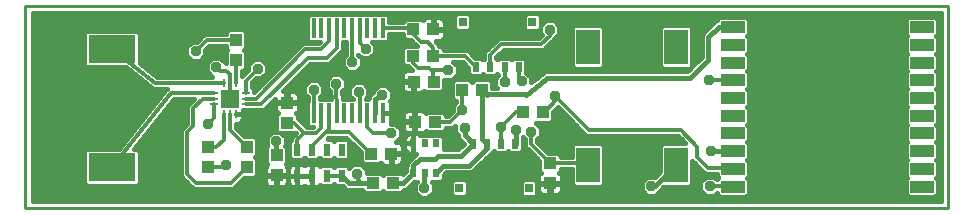
<source format=gtl>
G75*
G70*
%OFA0B0*%
%FSLAX24Y24*%
%IPPOS*%
%LPD*%
%AMOC8*
5,1,8,0,0,1.08239X$1,22.5*
%
%ADD10C,0.0100*%
%ADD11R,0.0170X0.0660*%
%ADD12R,0.0433X0.0394*%
%ADD13R,0.0236X0.0433*%
%ADD14R,0.0394X0.0433*%
%ADD15R,0.0236X0.0315*%
%ADD16R,0.0236X0.0335*%
%ADD17R,0.0276X0.0315*%
%ADD18R,0.0591X0.0591*%
%ADD19R,0.0276X0.0110*%
%ADD20R,0.0110X0.0276*%
%ADD21R,0.0787X0.0394*%
%ADD22R,0.1575X0.0945*%
%ADD23R,0.0787X0.1181*%
%ADD24C,0.0120*%
%ADD25OC8,0.0356*%
%ADD26C,0.0160*%
D10*
X000150Y000336D02*
X000150Y007056D01*
X000150Y007076D02*
X030913Y007076D01*
X030913Y000336D01*
X000150Y000336D01*
D11*
X009786Y003508D03*
X010036Y003508D03*
X010296Y003508D03*
X010556Y003508D03*
X010806Y003508D03*
X011066Y003508D03*
X011316Y003508D03*
X011576Y003508D03*
X011836Y003508D03*
X012086Y003508D03*
X012086Y006348D03*
X011836Y006348D03*
X011576Y006348D03*
X011316Y006348D03*
X011066Y006348D03*
X010806Y006348D03*
X010556Y006348D03*
X010296Y006348D03*
X010036Y006348D03*
X009786Y006348D03*
D12*
X013096Y005412D03*
X013765Y005412D03*
X013782Y004564D03*
X013113Y004564D03*
X008897Y003856D03*
X008897Y003187D03*
X013156Y003226D03*
X013826Y003226D03*
X017661Y001836D03*
X017661Y001167D03*
X012430Y001182D03*
X011761Y001182D03*
D13*
X010712Y001429D03*
X010220Y001429D03*
X009728Y001429D03*
X009236Y001429D03*
X009236Y002295D03*
X009728Y002295D03*
X010220Y002295D03*
X010712Y002295D03*
D14*
X011705Y002160D03*
X012375Y002160D03*
X008546Y002109D03*
X007548Y002378D03*
X006263Y002382D03*
X006263Y001713D03*
X007548Y001708D03*
X008546Y001440D03*
X016747Y003534D03*
X017416Y003534D03*
X015407Y004276D03*
X014738Y004276D03*
X007183Y005275D03*
X007183Y005944D03*
X013105Y006302D03*
X013774Y006302D03*
D15*
X013857Y002501D03*
X013482Y002501D03*
X013108Y002501D03*
X013108Y001517D03*
X013482Y001517D03*
X013857Y001517D03*
D16*
X015092Y002492D03*
X015564Y002492D03*
X016037Y002492D03*
X016509Y002492D03*
X016618Y005055D03*
X016146Y005055D03*
X015673Y005055D03*
X015201Y005055D03*
D17*
X014748Y006541D03*
X017071Y006541D03*
X016962Y001006D03*
X014639Y001006D03*
D18*
X006982Y003998D03*
D19*
X007513Y003998D03*
X007513Y004194D03*
X006450Y004194D03*
X006450Y003998D03*
X006450Y003801D03*
X007513Y003801D03*
D20*
X007179Y003466D03*
X006982Y003466D03*
X006785Y003466D03*
X006785Y004529D03*
X006982Y004529D03*
X007179Y004529D03*
D21*
X023749Y004606D03*
X023749Y005197D03*
X023749Y005787D03*
X023749Y006378D03*
X030048Y006378D03*
X030048Y005787D03*
X030048Y005197D03*
X030048Y004606D03*
X030048Y004016D03*
X030048Y003425D03*
X030048Y002834D03*
X030048Y002244D03*
X030048Y001653D03*
X030048Y001063D03*
X023749Y001063D03*
X023749Y001653D03*
X023749Y002244D03*
X023749Y002834D03*
X023749Y003425D03*
X023749Y004016D03*
D22*
X003053Y005645D03*
X003053Y001708D03*
D23*
X018916Y001788D03*
X021869Y001788D03*
X021869Y005725D03*
X018916Y005725D03*
D24*
X017653Y006096D02*
X017373Y005816D01*
X016033Y005816D01*
X015673Y005457D01*
X015673Y005055D01*
X016146Y005055D02*
X016153Y005055D01*
X016153Y004536D01*
X016618Y004671D02*
X016713Y004576D01*
X016618Y004671D02*
X016618Y005055D01*
X015201Y005055D02*
X014836Y005420D01*
X013773Y005420D01*
X013765Y005412D01*
X013773Y005420D02*
X013773Y005696D01*
X013593Y005876D01*
X013373Y005876D01*
X013105Y006144D01*
X013105Y006302D01*
X012899Y006348D01*
X012086Y006348D01*
X012086Y006509D01*
X011316Y006348D02*
X011316Y005853D01*
X011513Y005656D01*
X010553Y005696D02*
X010553Y006345D01*
X010556Y006348D01*
X010556Y006356D01*
X010553Y006356D01*
X010296Y006348D02*
X010296Y005899D01*
X010033Y005636D01*
X009493Y005636D01*
X007854Y003998D01*
X007513Y003998D01*
X007513Y004194D02*
X007513Y004597D01*
X007913Y004996D01*
X007183Y005275D02*
X007179Y005271D01*
X007179Y004529D01*
X006982Y004529D02*
X006982Y004807D01*
X006873Y004916D01*
X006653Y004916D01*
X006533Y005036D01*
X006785Y004529D02*
X004508Y004529D01*
X003053Y005645D01*
X005853Y005576D02*
X006221Y005944D01*
X007183Y005944D01*
X008037Y003801D02*
X009593Y005356D01*
X010213Y005356D01*
X010553Y005696D01*
X011066Y005203D02*
X011066Y006348D01*
X013096Y005412D02*
X013096Y005193D01*
X013273Y005016D01*
X013613Y005016D01*
X013753Y004876D01*
X013753Y004936D01*
X014273Y004936D01*
X013753Y004876D02*
X013753Y004593D01*
X013782Y004564D01*
X014738Y004276D02*
X014733Y003616D01*
X014343Y003226D01*
X013826Y003226D01*
X012373Y002836D02*
X011773Y002836D01*
X011576Y003033D01*
X011576Y003508D01*
X011316Y003508D02*
X011316Y004193D01*
X011293Y004216D01*
X010536Y004493D02*
X010556Y003508D01*
X010296Y003508D02*
X010296Y002979D01*
X010193Y002876D01*
X010949Y002876D01*
X011705Y002160D01*
X010193Y002876D02*
X009728Y002412D01*
X009728Y002295D01*
X009236Y002295D02*
X009236Y002600D01*
X009473Y002836D01*
X009122Y003187D01*
X008897Y003187D01*
X009473Y002836D02*
X009853Y002836D01*
X010033Y003016D01*
X010033Y003505D01*
X010036Y003508D01*
X009786Y003508D02*
X009784Y004288D01*
X008037Y003801D02*
X007513Y003801D01*
X006982Y003998D02*
X006982Y004529D01*
X006450Y004194D02*
X005039Y004194D01*
X003053Y001708D01*
X005573Y001476D02*
X005873Y001176D01*
X007016Y001176D01*
X007548Y001708D01*
X006873Y001796D02*
X006790Y001713D01*
X006263Y001713D01*
X005573Y001476D02*
X005573Y002876D01*
X005773Y003076D01*
X005773Y003676D01*
X006094Y003998D01*
X006450Y003998D01*
X006450Y003801D02*
X006450Y003354D01*
X006253Y003156D01*
X006982Y002944D02*
X007548Y002378D01*
X006785Y002629D02*
X006785Y003466D01*
X006982Y003466D02*
X006982Y002944D01*
X006785Y002629D02*
X006539Y002382D01*
X006263Y002382D01*
X010220Y001429D02*
X010712Y001429D01*
X016037Y002492D02*
X016037Y003032D01*
X016033Y003036D01*
X016531Y003534D01*
X016747Y003534D01*
X017416Y003534D02*
X017478Y003596D01*
X017513Y003596D01*
X017833Y003916D01*
X017833Y004076D01*
X018953Y002956D01*
X022013Y002956D01*
X022573Y002396D01*
X022573Y002036D01*
X022933Y001676D01*
X023766Y001676D01*
X023749Y001653D01*
X023762Y001076D02*
X022993Y001076D01*
X023749Y001063D02*
X023762Y001076D01*
X018916Y001788D02*
X018868Y001836D01*
X017661Y001836D01*
X017033Y002465D01*
X017033Y002896D01*
X011316Y003508D02*
X011313Y003511D01*
X017653Y006096D02*
X017653Y006296D01*
X022953Y004616D02*
X022962Y004626D01*
X023749Y004606D01*
D25*
X022953Y004616D03*
X017833Y004076D03*
X016713Y004576D03*
X016153Y004536D03*
X014273Y004936D03*
X011513Y005656D03*
X011066Y005203D03*
X010536Y004493D03*
X009784Y004288D03*
X011293Y004216D03*
X012073Y004116D03*
X014733Y003616D03*
X014813Y003016D03*
X016033Y003036D03*
X016513Y002936D03*
X017033Y002896D03*
X012373Y002836D03*
X008533Y002576D03*
X006253Y003156D03*
X006873Y001796D03*
X011233Y001496D03*
X013473Y001016D03*
X021033Y001076D03*
X022993Y001076D03*
X023013Y002256D03*
X007913Y004996D03*
X006533Y005036D03*
X005853Y005576D03*
X017653Y006296D03*
D26*
X017971Y006282D02*
X018382Y006282D01*
X018382Y006373D02*
X018382Y005076D01*
X018464Y004994D01*
X019368Y004994D01*
X019450Y005076D01*
X019450Y006373D01*
X019368Y006455D01*
X018464Y006455D01*
X018382Y006373D01*
X018450Y006441D02*
X017958Y006441D01*
X017971Y006428D02*
X017784Y006614D01*
X017521Y006614D01*
X017349Y006442D01*
X017349Y006757D01*
X017267Y006839D01*
X016875Y006839D01*
X016793Y006757D01*
X016793Y006326D01*
X016875Y006244D01*
X017267Y006244D01*
X017334Y006311D01*
X017334Y006164D01*
X017386Y006113D01*
X017290Y006016D01*
X015950Y006016D01*
X015473Y005540D01*
X015473Y005338D01*
X015437Y005302D01*
X015377Y005362D01*
X015176Y005362D01*
X014919Y005620D01*
X014122Y005620D01*
X014122Y005667D01*
X014040Y005749D01*
X013973Y005749D01*
X013973Y005779D01*
X013855Y005896D01*
X013846Y005906D01*
X013995Y005906D01*
X014041Y005918D01*
X014082Y005942D01*
X014115Y005975D01*
X014139Y006016D01*
X014151Y006062D01*
X014151Y006284D01*
X013793Y006284D01*
X013793Y006321D01*
X014151Y006321D01*
X014151Y006542D01*
X014139Y006588D01*
X014115Y006629D01*
X014082Y006663D01*
X014041Y006686D01*
X013995Y006699D01*
X013793Y006699D01*
X013793Y006321D01*
X013756Y006321D01*
X013756Y006699D01*
X013554Y006699D01*
X013508Y006686D01*
X013467Y006663D01*
X013433Y006629D01*
X013417Y006601D01*
X013360Y006659D01*
X012850Y006659D01*
X012768Y006577D01*
X012768Y006548D01*
X012311Y006548D01*
X012311Y006736D01*
X012229Y006818D01*
X009643Y006818D01*
X009561Y006736D01*
X009561Y005960D01*
X009643Y005878D01*
X009992Y005878D01*
X009950Y005836D01*
X009410Y005836D01*
X009293Y005719D01*
X007791Y004218D01*
X007791Y004308D01*
X007713Y004385D01*
X007713Y004514D01*
X007877Y004678D01*
X008044Y004678D01*
X008231Y004864D01*
X008231Y005128D01*
X008044Y005314D01*
X007781Y005314D01*
X007594Y005128D01*
X007594Y004961D01*
X007379Y004745D01*
X007379Y004919D01*
X007438Y004919D01*
X007520Y005001D01*
X007520Y005550D01*
X007460Y005610D01*
X007520Y005670D01*
X007520Y006219D01*
X007438Y006301D01*
X006928Y006301D01*
X006846Y006219D01*
X006846Y006144D01*
X006138Y006144D01*
X005888Y005894D01*
X005721Y005894D01*
X005534Y005708D01*
X005534Y005444D01*
X005721Y005258D01*
X005984Y005258D01*
X006171Y005444D01*
X006171Y005611D01*
X006304Y005744D01*
X006846Y005744D01*
X006846Y005670D01*
X006906Y005610D01*
X006846Y005550D01*
X006846Y005172D01*
X006664Y005354D01*
X006401Y005354D01*
X006214Y005168D01*
X006214Y004904D01*
X006390Y004729D01*
X004576Y004729D01*
X003980Y005186D01*
X003980Y006175D01*
X003898Y006257D01*
X002207Y006257D01*
X002125Y006175D01*
X002125Y005114D01*
X002207Y005032D01*
X003523Y005032D01*
X004376Y004378D01*
X004425Y004329D01*
X004440Y004329D01*
X004452Y004320D01*
X004521Y004329D01*
X004891Y004329D01*
X004890Y004328D01*
X004839Y004277D01*
X004839Y004265D01*
X003286Y002320D01*
X002207Y002320D01*
X002125Y002238D01*
X002125Y001177D01*
X002207Y001095D01*
X003898Y001095D01*
X003980Y001177D01*
X003980Y002238D01*
X003898Y002320D01*
X003798Y002320D01*
X005135Y003994D01*
X005808Y003994D01*
X005690Y003876D01*
X005573Y003759D01*
X005573Y003159D01*
X005373Y002959D01*
X005373Y001393D01*
X005673Y001093D01*
X005790Y000976D01*
X007099Y000976D01*
X007474Y001352D01*
X007803Y001352D01*
X007885Y001434D01*
X007885Y001983D01*
X007825Y002043D01*
X007885Y002103D01*
X007885Y002652D01*
X007803Y002734D01*
X007474Y002734D01*
X007182Y003027D01*
X007182Y003148D01*
X007257Y003148D01*
X007303Y003161D01*
X007344Y003184D01*
X007378Y003218D01*
X007402Y003259D01*
X007414Y003305D01*
X007414Y003466D01*
X007182Y003466D01*
X007182Y003466D01*
X007414Y003466D01*
X007414Y003606D01*
X007426Y003606D01*
X007430Y003601D01*
X008120Y003601D01*
X008500Y003981D01*
X008500Y003874D01*
X008878Y003874D01*
X008878Y003838D01*
X008500Y003838D01*
X008500Y003635D01*
X008512Y003590D01*
X008536Y003549D01*
X008570Y003515D01*
X008598Y003499D01*
X008540Y003442D01*
X008540Y002932D01*
X008578Y002894D01*
X008401Y002894D01*
X008214Y002708D01*
X008214Y002444D01*
X008242Y002417D01*
X008209Y002384D01*
X008209Y001835D01*
X008242Y001802D01*
X008239Y001801D01*
X008205Y001767D01*
X008181Y001726D01*
X008169Y001680D01*
X008169Y001458D01*
X008527Y001458D01*
X008527Y001422D01*
X008169Y001422D01*
X008169Y001200D01*
X008181Y001154D01*
X008205Y001113D01*
X008239Y001079D01*
X008280Y001056D01*
X008325Y001043D01*
X008527Y001043D01*
X008527Y001422D01*
X008564Y001422D01*
X008564Y001458D01*
X008923Y001458D01*
X008923Y001680D01*
X008910Y001726D01*
X008887Y001767D01*
X008853Y001801D01*
X008850Y001802D01*
X008883Y001835D01*
X008883Y002384D01*
X008836Y002430D01*
X008851Y002444D01*
X008851Y002708D01*
X008709Y002850D01*
X009171Y002850D01*
X009174Y002852D01*
X009190Y002836D01*
X009036Y002683D01*
X009036Y002627D01*
X008978Y002569D01*
X008978Y002020D01*
X009060Y001938D01*
X009412Y001938D01*
X009482Y002008D01*
X009552Y001938D01*
X009904Y001938D01*
X009974Y002008D01*
X010044Y001938D01*
X010396Y001938D01*
X010466Y002008D01*
X010536Y001938D01*
X010889Y001938D01*
X010971Y002020D01*
X010971Y002569D01*
X010889Y002651D01*
X010536Y002651D01*
X010466Y002581D01*
X010396Y002651D01*
X010250Y002651D01*
X010275Y002676D01*
X010870Y002676D01*
X011369Y002204D01*
X011369Y001885D01*
X011451Y001803D01*
X011960Y001803D01*
X012018Y001861D01*
X012034Y001833D01*
X012067Y001799D01*
X012108Y001776D01*
X012154Y001763D01*
X012356Y001763D01*
X012356Y002142D01*
X012393Y002142D01*
X012393Y002178D01*
X012752Y002178D01*
X012752Y002400D01*
X012739Y002446D01*
X012716Y002487D01*
X012682Y002521D01*
X012641Y002544D01*
X012595Y002557D01*
X012543Y002557D01*
X012691Y002704D01*
X012691Y002968D01*
X012504Y003154D01*
X012351Y003154D01*
X012351Y003154D01*
X012351Y003508D01*
X012086Y003508D01*
X012086Y003508D01*
X012351Y003508D01*
X012351Y003862D01*
X012338Y003908D01*
X012329Y003923D01*
X012391Y003984D01*
X012391Y004248D01*
X012204Y004434D01*
X011941Y004434D01*
X011754Y004248D01*
X011754Y004199D01*
X011745Y004199D01*
X011701Y004155D01*
X011647Y004124D01*
X011638Y004093D01*
X011616Y004071D01*
X011616Y004008D01*
X011608Y003978D01*
X011516Y003978D01*
X011516Y003990D01*
X011611Y004084D01*
X011611Y004348D01*
X011424Y004534D01*
X011161Y004534D01*
X010974Y004348D01*
X010974Y004084D01*
X011081Y003978D01*
X010746Y003978D01*
X010741Y004248D01*
X010854Y004361D01*
X010854Y004625D01*
X010668Y004811D01*
X010404Y004811D01*
X010218Y004625D01*
X010218Y004361D01*
X010341Y004238D01*
X010346Y003978D01*
X009985Y003978D01*
X009985Y004039D01*
X010103Y004156D01*
X010103Y004420D01*
X009916Y004606D01*
X009653Y004606D01*
X009466Y004420D01*
X009466Y004156D01*
X009585Y004038D01*
X009585Y003920D01*
X009561Y003896D01*
X009561Y003120D01*
X009643Y003038D01*
X009772Y003038D01*
X009770Y003036D01*
X009555Y003036D01*
X009253Y003338D01*
X009253Y003442D01*
X009196Y003499D01*
X009224Y003515D01*
X009257Y003549D01*
X009281Y003590D01*
X009293Y003635D01*
X009293Y003838D01*
X008915Y003838D01*
X008915Y003874D01*
X009293Y003874D01*
X009293Y004077D01*
X009281Y004122D01*
X009257Y004163D01*
X009224Y004197D01*
X009183Y004221D01*
X009137Y004233D01*
X008915Y004233D01*
X008915Y003874D01*
X008878Y003874D01*
X008878Y004233D01*
X008752Y004233D01*
X009675Y005156D01*
X010295Y005156D01*
X010635Y005496D01*
X010753Y005613D01*
X010753Y005878D01*
X010866Y005878D01*
X010866Y005453D01*
X010748Y005335D01*
X010748Y005071D01*
X010934Y004885D01*
X011198Y004885D01*
X011384Y005071D01*
X011384Y005335D01*
X011266Y005453D01*
X011381Y005338D01*
X011644Y005338D01*
X011831Y005524D01*
X011831Y005788D01*
X011740Y005878D01*
X012229Y005878D01*
X012311Y005960D01*
X012311Y006148D01*
X012768Y006148D01*
X012768Y006028D01*
X012850Y005946D01*
X013020Y005946D01*
X013173Y005793D01*
X013217Y005749D01*
X012821Y005749D01*
X012739Y005667D01*
X012739Y005157D01*
X012821Y005075D01*
X012930Y005075D01*
X013066Y004940D01*
X012872Y004940D01*
X012827Y004928D01*
X012786Y004904D01*
X012752Y004871D01*
X012728Y004830D01*
X012716Y004784D01*
X012716Y004582D01*
X013094Y004582D01*
X013094Y004545D01*
X012716Y004545D01*
X012716Y004343D01*
X012728Y004297D01*
X012752Y004256D01*
X012786Y004223D01*
X012827Y004199D01*
X012872Y004187D01*
X013094Y004187D01*
X013094Y004545D01*
X013131Y004545D01*
X013131Y004187D01*
X013353Y004187D01*
X013399Y004199D01*
X013440Y004223D01*
X013473Y004256D01*
X013475Y004259D01*
X013507Y004227D01*
X014057Y004227D01*
X014139Y004309D01*
X014139Y004620D01*
X014141Y004618D01*
X014404Y004618D01*
X014591Y004804D01*
X014591Y005068D01*
X014439Y005220D01*
X014753Y005220D01*
X014943Y005030D01*
X014943Y004830D01*
X015025Y004748D01*
X015377Y004748D01*
X015437Y004808D01*
X015497Y004748D01*
X015849Y004748D01*
X015909Y004808D01*
X015942Y004775D01*
X015834Y004668D01*
X015834Y004404D01*
X015885Y004353D01*
X015744Y004353D01*
X015744Y004551D01*
X015662Y004633D01*
X015152Y004633D01*
X015073Y004553D01*
X014993Y004633D01*
X014483Y004633D01*
X014401Y004551D01*
X014401Y004002D01*
X014483Y003920D01*
X014535Y003920D01*
X014535Y003868D01*
X014414Y003748D01*
X014414Y003581D01*
X014260Y003426D01*
X014182Y003426D01*
X014182Y003481D01*
X014100Y003563D01*
X013551Y003563D01*
X013519Y003531D01*
X013517Y003534D01*
X013483Y003567D01*
X013442Y003591D01*
X013397Y003603D01*
X013175Y003603D01*
X013175Y003245D01*
X013138Y003245D01*
X013138Y003603D01*
X012916Y003603D01*
X012870Y003591D01*
X012829Y003567D01*
X012796Y003534D01*
X012772Y003493D01*
X012760Y003447D01*
X012760Y003245D01*
X013138Y003245D01*
X013138Y003208D01*
X012760Y003208D01*
X012760Y003006D01*
X012772Y002960D01*
X012796Y002919D01*
X012829Y002885D01*
X012870Y002862D01*
X012916Y002849D01*
X013138Y002849D01*
X013138Y003208D01*
X013175Y003208D01*
X013175Y002849D01*
X013397Y002849D01*
X013442Y002862D01*
X013483Y002885D01*
X013517Y002919D01*
X013519Y002922D01*
X013551Y002889D01*
X014100Y002889D01*
X014182Y002971D01*
X014182Y003026D01*
X014426Y003026D01*
X014494Y003095D01*
X014494Y002884D01*
X014593Y002786D01*
X014593Y002680D01*
X014721Y002551D01*
X014781Y002492D01*
X014605Y002316D01*
X014115Y002316D01*
X014115Y002716D01*
X014033Y002798D01*
X013680Y002798D01*
X013669Y002788D01*
X013659Y002798D01*
X013341Y002798D01*
X013337Y002803D01*
X013296Y002826D01*
X013250Y002838D01*
X013108Y002838D01*
X012967Y002838D01*
X012921Y002826D01*
X012880Y002803D01*
X012846Y002769D01*
X012823Y002728D01*
X012810Y002682D01*
X012810Y002501D01*
X013108Y002501D01*
X012810Y002501D01*
X012810Y002320D01*
X012823Y002274D01*
X012846Y002233D01*
X012880Y002199D01*
X012921Y002176D01*
X012967Y002164D01*
X013108Y002164D01*
X013108Y002501D01*
X013108Y002501D01*
X013108Y002501D01*
X013108Y002838D01*
X013108Y002501D01*
X013108Y002501D01*
X013108Y002164D01*
X013189Y002164D01*
X013113Y002087D01*
X013017Y001992D01*
X012888Y001863D01*
X012888Y001770D01*
X012850Y001732D01*
X012850Y001570D01*
X012752Y001471D01*
X012704Y001519D01*
X012155Y001519D01*
X012095Y001459D01*
X012035Y001519D01*
X011551Y001519D01*
X011551Y001628D01*
X011364Y001814D01*
X011101Y001814D01*
X010971Y001684D01*
X010971Y001703D01*
X010889Y001785D01*
X010536Y001785D01*
X010466Y001715D01*
X010396Y001785D01*
X010044Y001785D01*
X009999Y001740D01*
X009990Y001756D01*
X009957Y001789D01*
X009916Y001813D01*
X009870Y001825D01*
X009728Y001825D01*
X009586Y001825D01*
X009541Y001813D01*
X009500Y001789D01*
X009482Y001772D01*
X009465Y001789D01*
X009424Y001813D01*
X009378Y001825D01*
X009236Y001825D01*
X009094Y001825D01*
X009048Y001813D01*
X009007Y001789D01*
X008974Y001756D01*
X008950Y001715D01*
X008938Y001669D01*
X008938Y001429D01*
X009236Y001429D01*
X009236Y001825D01*
X009236Y001429D01*
X009236Y001429D01*
X009236Y001429D01*
X009728Y001429D01*
X009728Y001825D01*
X009728Y001429D01*
X009728Y001429D01*
X009728Y001429D01*
X009534Y001429D01*
X009236Y001429D01*
X009236Y001429D01*
X008938Y001429D01*
X008938Y001188D01*
X008950Y001142D01*
X008974Y001101D01*
X009007Y001068D01*
X009048Y001044D01*
X009094Y001032D01*
X009236Y001032D01*
X009236Y001428D01*
X009236Y001032D01*
X009378Y001032D01*
X009424Y001044D01*
X009465Y001068D01*
X009482Y001085D01*
X009500Y001068D01*
X009541Y001044D01*
X009586Y001032D01*
X009728Y001032D01*
X009728Y001428D01*
X009728Y001428D01*
X009728Y001032D01*
X009870Y001032D01*
X009916Y001044D01*
X009957Y001068D01*
X009990Y001101D01*
X009999Y001117D01*
X010044Y001072D01*
X010396Y001072D01*
X010466Y001142D01*
X010536Y001072D01*
X010758Y001072D01*
X010868Y000962D01*
X011169Y000962D01*
X011176Y000957D01*
X011260Y000962D01*
X011404Y000962D01*
X011404Y000927D01*
X011486Y000845D01*
X012035Y000845D01*
X012095Y000905D01*
X012155Y000845D01*
X012704Y000845D01*
X012786Y000927D01*
X012786Y000962D01*
X012865Y000962D01*
X013122Y001219D01*
X013226Y001219D01*
X013154Y001148D01*
X013154Y000884D01*
X013341Y000698D01*
X013604Y000698D01*
X013791Y000884D01*
X013791Y001148D01*
X013719Y001219D01*
X014033Y001219D01*
X014115Y001301D01*
X014115Y001464D01*
X014187Y001536D01*
X015064Y001536D01*
X015655Y002128D01*
X015712Y002184D01*
X015740Y002184D01*
X015800Y002245D01*
X015861Y002184D01*
X016213Y002184D01*
X016273Y002245D01*
X016333Y002184D01*
X016685Y002184D01*
X016767Y002266D01*
X016767Y002712D01*
X016833Y002646D01*
X016833Y002382D01*
X016950Y002265D01*
X017305Y001910D01*
X017305Y001581D01*
X017362Y001524D01*
X017334Y001508D01*
X017301Y001474D01*
X017277Y001433D01*
X017265Y001387D01*
X017265Y001185D01*
X017643Y001185D01*
X017643Y001148D01*
X017680Y001148D01*
X017680Y001185D01*
X018058Y001185D01*
X018058Y001387D01*
X018045Y001433D01*
X018022Y001474D01*
X017988Y001508D01*
X017960Y001524D01*
X018018Y001581D01*
X018018Y001636D01*
X018382Y001636D01*
X018382Y001139D01*
X018464Y001057D01*
X019368Y001057D01*
X019450Y001139D01*
X019450Y002436D01*
X019368Y002518D01*
X018464Y002518D01*
X018382Y002436D01*
X018382Y002036D01*
X018018Y002036D01*
X018018Y002091D01*
X017936Y002173D01*
X017607Y002173D01*
X017233Y002548D01*
X017233Y002646D01*
X017351Y002764D01*
X017351Y003028D01*
X017201Y003178D01*
X017671Y003178D01*
X017753Y003260D01*
X017753Y003554D01*
X017913Y003713D01*
X018870Y002756D01*
X021930Y002756D01*
X022168Y002518D01*
X021417Y002518D01*
X021335Y002436D01*
X021335Y001565D01*
X021164Y001394D01*
X020901Y001394D01*
X020714Y001208D01*
X020714Y000944D01*
X020901Y000758D01*
X021164Y000758D01*
X021351Y000944D01*
X021351Y000958D01*
X021449Y001057D01*
X022321Y001057D01*
X022403Y001139D01*
X022403Y001923D01*
X022733Y001593D01*
X022850Y001476D01*
X023215Y001476D01*
X023215Y001398D01*
X023256Y001358D01*
X023215Y001318D01*
X023215Y001303D01*
X023124Y001394D01*
X022861Y001394D01*
X022674Y001208D01*
X022674Y000944D01*
X022861Y000758D01*
X023124Y000758D01*
X023215Y000849D01*
X023215Y000808D01*
X023297Y000726D01*
X024201Y000726D01*
X024283Y000808D01*
X024283Y001318D01*
X024242Y001358D01*
X024283Y001398D01*
X024283Y001908D01*
X024242Y001949D01*
X024283Y001989D01*
X024283Y002499D01*
X024242Y002539D01*
X024283Y002580D01*
X024283Y003089D01*
X024242Y003130D01*
X024283Y003170D01*
X024283Y003680D01*
X024242Y003720D01*
X024283Y003761D01*
X024283Y004270D01*
X024242Y004311D01*
X024283Y004351D01*
X024283Y004861D01*
X024242Y004901D01*
X024283Y004942D01*
X024283Y005451D01*
X024242Y005492D01*
X024283Y005532D01*
X024283Y006042D01*
X024242Y006082D01*
X024283Y006123D01*
X024283Y006633D01*
X024201Y006715D01*
X023297Y006715D01*
X023215Y006633D01*
X023215Y006621D01*
X023213Y006622D01*
X023209Y006618D01*
X023203Y006618D01*
X023142Y006557D01*
X023078Y006498D01*
X023078Y006493D01*
X022841Y006256D01*
X022713Y006127D01*
X022713Y005387D01*
X022403Y005077D01*
X022403Y006373D01*
X022321Y006455D01*
X021417Y006455D01*
X021335Y006373D01*
X021335Y005076D01*
X021417Y004994D01*
X022319Y004994D01*
X022241Y004916D01*
X017582Y004916D01*
X017500Y004923D01*
X017492Y004916D01*
X017481Y004916D01*
X017423Y004858D01*
X017174Y004647D01*
X017031Y004535D01*
X017031Y004708D01*
X016876Y004862D01*
X016876Y005280D01*
X016794Y005362D01*
X016442Y005362D01*
X016382Y005302D01*
X016322Y005362D01*
X015969Y005362D01*
X015909Y005302D01*
X015873Y005338D01*
X015873Y005374D01*
X016115Y005616D01*
X017455Y005616D01*
X017573Y005733D01*
X017853Y006013D01*
X017853Y006046D01*
X017971Y006164D01*
X017971Y006428D01*
X017334Y006282D02*
X017305Y006282D01*
X016836Y006282D02*
X014982Y006282D01*
X014944Y006244D02*
X015026Y006326D01*
X015026Y006757D01*
X014944Y006839D01*
X014552Y006839D01*
X014470Y006757D01*
X014470Y006326D01*
X014552Y006244D01*
X014944Y006244D01*
X014514Y006282D02*
X014151Y006282D01*
X014151Y006441D02*
X014470Y006441D01*
X014470Y006599D02*
X014132Y006599D01*
X013793Y006599D02*
X013756Y006599D01*
X013756Y006441D02*
X013793Y006441D01*
X012790Y006599D02*
X012311Y006599D01*
X012289Y006758D02*
X014471Y006758D01*
X015025Y006758D02*
X016794Y006758D01*
X017348Y006758D02*
X030683Y006758D01*
X030683Y006846D02*
X030683Y000576D01*
X000413Y000576D01*
X030683Y000576D01*
X030683Y000735D02*
X030509Y000735D01*
X030500Y000726D02*
X030582Y000808D01*
X030582Y001318D01*
X030542Y001358D01*
X030582Y001398D01*
X030582Y001908D01*
X030542Y001949D01*
X030582Y001989D01*
X030582Y002499D01*
X030542Y002539D01*
X030582Y002580D01*
X030582Y003089D01*
X030542Y003130D01*
X030582Y003170D01*
X030582Y003680D01*
X030542Y003720D01*
X030582Y003761D01*
X030582Y004270D01*
X030542Y004311D01*
X030582Y004351D01*
X030582Y004861D01*
X030542Y004901D01*
X030582Y004942D01*
X030582Y005451D01*
X030542Y005492D01*
X030582Y005532D01*
X030582Y006042D01*
X030542Y006082D01*
X030582Y006123D01*
X030582Y006633D01*
X030500Y006715D01*
X029597Y006715D01*
X029515Y006633D01*
X029515Y006123D01*
X029555Y006082D01*
X029515Y006042D01*
X029515Y005532D01*
X029555Y005492D01*
X029515Y005451D01*
X029515Y004942D01*
X029555Y004901D01*
X029515Y004861D01*
X029515Y004351D01*
X029555Y004311D01*
X029515Y004270D01*
X029515Y003761D01*
X029555Y003720D01*
X029515Y003680D01*
X029515Y003170D01*
X029555Y003130D01*
X029515Y003089D01*
X029515Y002580D01*
X029555Y002539D01*
X029515Y002499D01*
X029515Y001989D01*
X029555Y001949D01*
X029515Y001908D01*
X029515Y001398D01*
X029555Y001358D01*
X029515Y001318D01*
X029515Y000808D01*
X029597Y000726D01*
X030500Y000726D01*
X030582Y000893D02*
X030683Y000893D01*
X030683Y001052D02*
X030582Y001052D01*
X030582Y001210D02*
X030683Y001210D01*
X030683Y001369D02*
X030552Y001369D01*
X030582Y001527D02*
X030683Y001527D01*
X030683Y001686D02*
X030582Y001686D01*
X030582Y001844D02*
X030683Y001844D01*
X030683Y002003D02*
X030582Y002003D01*
X030582Y002161D02*
X030683Y002161D01*
X030683Y002320D02*
X030582Y002320D01*
X030582Y002478D02*
X030683Y002478D01*
X030683Y002637D02*
X030582Y002637D01*
X030582Y002795D02*
X030683Y002795D01*
X030683Y002954D02*
X030582Y002954D01*
X030559Y003112D02*
X030683Y003112D01*
X030683Y003271D02*
X030582Y003271D01*
X030582Y003429D02*
X030683Y003429D01*
X030683Y003588D02*
X030582Y003588D01*
X030567Y003746D02*
X030683Y003746D01*
X030683Y003905D02*
X030582Y003905D01*
X030582Y004063D02*
X030683Y004063D01*
X030683Y004222D02*
X030582Y004222D01*
X030582Y004380D02*
X030683Y004380D01*
X030683Y004539D02*
X030582Y004539D01*
X030582Y004697D02*
X030683Y004697D01*
X030683Y004856D02*
X030582Y004856D01*
X030582Y005014D02*
X030683Y005014D01*
X030683Y005173D02*
X030582Y005173D01*
X030582Y005331D02*
X030683Y005331D01*
X030683Y005490D02*
X030544Y005490D01*
X030582Y005648D02*
X030683Y005648D01*
X030683Y005807D02*
X030582Y005807D01*
X030582Y005965D02*
X030683Y005965D01*
X030683Y006124D02*
X030582Y006124D01*
X030582Y006282D02*
X030683Y006282D01*
X030683Y006441D02*
X030582Y006441D01*
X030582Y006599D02*
X030683Y006599D01*
X030683Y006846D02*
X000413Y006846D01*
X000413Y000576D01*
X000413Y000735D02*
X013304Y000735D01*
X013641Y000735D02*
X014417Y000735D01*
X014443Y000708D02*
X014835Y000708D01*
X014917Y000790D01*
X014917Y001221D01*
X014835Y001303D01*
X014443Y001303D01*
X014361Y001221D01*
X014361Y000790D01*
X014443Y000708D01*
X014861Y000735D02*
X016739Y000735D01*
X016766Y000708D02*
X017158Y000708D01*
X017240Y000790D01*
X017240Y001221D01*
X017158Y001303D01*
X016766Y001303D01*
X016684Y001221D01*
X016684Y000790D01*
X016766Y000708D01*
X016684Y000893D02*
X014917Y000893D01*
X014917Y001052D02*
X016684Y001052D01*
X016684Y001210D02*
X014917Y001210D01*
X014361Y001210D02*
X013728Y001210D01*
X013791Y001052D02*
X014361Y001052D01*
X014361Y000893D02*
X013791Y000893D01*
X013473Y001016D02*
X013473Y001507D01*
X013482Y001517D01*
X013108Y001517D02*
X013108Y001772D01*
X013333Y001996D01*
X013813Y001996D01*
X013913Y002096D01*
X014696Y002096D01*
X015092Y002492D01*
X014813Y002771D01*
X014813Y003016D01*
X014494Y002954D02*
X014164Y002954D01*
X014036Y002795D02*
X014584Y002795D01*
X014636Y002637D02*
X014115Y002637D01*
X014115Y002478D02*
X014767Y002478D01*
X014609Y002320D02*
X014115Y002320D01*
X013186Y002161D02*
X012393Y002161D01*
X012393Y002142D02*
X012752Y002142D01*
X012752Y001920D01*
X012739Y001874D01*
X012716Y001833D01*
X012682Y001799D01*
X012641Y001776D01*
X012595Y001763D01*
X012393Y001763D01*
X012393Y002142D01*
X012393Y002003D02*
X012356Y002003D01*
X012356Y001844D02*
X012393Y001844D01*
X012722Y001844D02*
X012888Y001844D01*
X012850Y001686D02*
X011493Y001686D01*
X010972Y001686D02*
X010971Y001686D01*
X011410Y001844D02*
X008883Y001844D01*
X008883Y002003D02*
X008995Y002003D01*
X008546Y002109D02*
X008533Y002123D01*
X008533Y002576D01*
X008851Y002637D02*
X009036Y002637D01*
X008978Y002478D02*
X008851Y002478D01*
X008883Y002320D02*
X008978Y002320D01*
X008978Y002161D02*
X008883Y002161D01*
X009477Y002003D02*
X009488Y002003D01*
X009969Y002003D02*
X009980Y002003D01*
X010461Y002003D02*
X010472Y002003D01*
X010953Y002003D02*
X011369Y002003D01*
X011369Y002161D02*
X010971Y002161D01*
X010971Y002320D02*
X011246Y002320D01*
X011079Y002478D02*
X010971Y002478D01*
X010911Y002637D02*
X010903Y002637D01*
X010522Y002637D02*
X010411Y002637D01*
X009149Y002795D02*
X008763Y002795D01*
X008540Y002954D02*
X007255Y002954D01*
X007182Y003112D02*
X008540Y003112D01*
X008540Y003271D02*
X007405Y003271D01*
X007414Y003429D02*
X008540Y003429D01*
X008514Y003588D02*
X007414Y003588D01*
X008265Y003746D02*
X008500Y003746D01*
X008500Y003905D02*
X008424Y003905D01*
X008878Y003905D02*
X008915Y003905D01*
X009293Y003905D02*
X009569Y003905D01*
X009561Y003746D02*
X009293Y003746D01*
X009280Y003588D02*
X009561Y003588D01*
X009561Y003429D02*
X009253Y003429D01*
X009321Y003271D02*
X009561Y003271D01*
X009569Y003112D02*
X009479Y003112D01*
X008302Y002795D02*
X007413Y002795D01*
X007885Y002637D02*
X008214Y002637D01*
X008214Y002478D02*
X007885Y002478D01*
X007885Y002320D02*
X008209Y002320D01*
X008209Y002161D02*
X007885Y002161D01*
X007865Y002003D02*
X008209Y002003D01*
X008209Y001844D02*
X007885Y001844D01*
X007885Y001686D02*
X008171Y001686D01*
X008921Y001686D02*
X008942Y001686D01*
X009236Y001686D02*
X009236Y001686D01*
X009728Y001686D02*
X009728Y001686D01*
X009728Y001527D02*
X009728Y001527D01*
X009728Y001369D02*
X009728Y001369D01*
X009728Y001210D02*
X009728Y001210D01*
X009728Y001052D02*
X009728Y001052D01*
X009528Y001052D02*
X009437Y001052D01*
X009236Y001052D02*
X009236Y001052D01*
X009036Y001052D02*
X008797Y001052D01*
X008812Y001056D02*
X008853Y001079D01*
X008887Y001113D01*
X008910Y001154D01*
X008923Y001200D01*
X008923Y001422D01*
X008564Y001422D01*
X008564Y001043D01*
X008766Y001043D01*
X008812Y001056D01*
X008564Y001052D02*
X008527Y001052D01*
X008295Y001052D02*
X007174Y001052D01*
X007333Y001210D02*
X008169Y001210D01*
X008527Y001210D02*
X008564Y001210D01*
X008923Y001210D02*
X008938Y001210D01*
X009236Y001210D02*
X009236Y001210D01*
X009236Y001369D02*
X009236Y001369D01*
X009236Y001428D02*
X009236Y001428D01*
X009236Y001527D02*
X009236Y001527D01*
X008938Y001527D02*
X008923Y001527D01*
X008923Y001369D02*
X008938Y001369D01*
X008564Y001369D02*
X008527Y001369D01*
X008169Y001369D02*
X007820Y001369D01*
X007885Y001527D02*
X008169Y001527D01*
X009929Y001052D02*
X010778Y001052D01*
X010959Y001182D02*
X011253Y001182D01*
X011233Y001496D01*
X011551Y001527D02*
X012808Y001527D01*
X013108Y001517D02*
X012774Y001182D01*
X012430Y001182D01*
X012955Y001052D02*
X013154Y001052D01*
X013154Y000893D02*
X012752Y000893D01*
X012108Y000893D02*
X012083Y000893D01*
X011438Y000893D02*
X000413Y000893D01*
X000413Y001052D02*
X005714Y001052D01*
X005556Y001210D02*
X003980Y001210D01*
X003980Y001369D02*
X005397Y001369D01*
X005373Y001527D02*
X003980Y001527D01*
X003980Y001686D02*
X005373Y001686D01*
X005373Y001844D02*
X003980Y001844D01*
X003980Y002003D02*
X005373Y002003D01*
X005373Y002161D02*
X003980Y002161D01*
X003898Y002320D02*
X005373Y002320D01*
X005373Y002478D02*
X003924Y002478D01*
X004051Y002637D02*
X005373Y002637D01*
X005373Y002795D02*
X004177Y002795D01*
X004304Y002954D02*
X005373Y002954D01*
X005526Y003112D02*
X004431Y003112D01*
X004557Y003271D02*
X005573Y003271D01*
X005573Y003429D02*
X004684Y003429D01*
X004811Y003588D02*
X005573Y003588D01*
X005573Y003746D02*
X004937Y003746D01*
X004425Y003746D02*
X000413Y003746D01*
X000413Y003588D02*
X004299Y003588D01*
X004172Y003429D02*
X000413Y003429D01*
X000413Y003271D02*
X004045Y003271D01*
X003919Y003112D02*
X000413Y003112D01*
X000413Y002954D02*
X003792Y002954D01*
X003665Y002795D02*
X000413Y002795D01*
X000413Y002637D02*
X003539Y002637D01*
X003412Y002478D02*
X000413Y002478D01*
X000413Y002320D02*
X002207Y002320D01*
X002125Y002161D02*
X000413Y002161D01*
X000413Y002003D02*
X002125Y002003D01*
X002125Y001844D02*
X000413Y001844D01*
X000413Y001686D02*
X002125Y001686D01*
X002125Y001527D02*
X000413Y001527D01*
X000413Y001369D02*
X002125Y001369D01*
X002125Y001210D02*
X000413Y001210D01*
X010712Y001429D02*
X010959Y001182D01*
X011253Y001182D02*
X011761Y001182D01*
X013113Y001210D02*
X013217Y001210D01*
X014115Y001369D02*
X017265Y001369D01*
X017265Y001210D02*
X017240Y001210D01*
X017265Y001148D02*
X017265Y000946D01*
X017277Y000900D01*
X017301Y000859D01*
X017334Y000826D01*
X017375Y000802D01*
X017421Y000790D01*
X017643Y000790D01*
X017643Y001148D01*
X017265Y001148D01*
X017265Y001052D02*
X017240Y001052D01*
X017643Y001052D02*
X017680Y001052D01*
X017680Y001148D02*
X017680Y000790D01*
X017901Y000790D01*
X017947Y000802D01*
X017988Y000826D01*
X018022Y000859D01*
X018045Y000900D01*
X018058Y000946D01*
X018058Y001148D01*
X017680Y001148D01*
X018058Y001210D02*
X018382Y001210D01*
X018382Y001369D02*
X018058Y001369D01*
X017964Y001527D02*
X018382Y001527D01*
X019450Y001527D02*
X021297Y001527D01*
X021164Y001394D02*
X021164Y001394D01*
X020875Y001369D02*
X019450Y001369D01*
X019450Y001210D02*
X020717Y001210D01*
X021033Y001076D02*
X021157Y001076D01*
X021869Y001788D01*
X022403Y001844D02*
X022482Y001844D01*
X022403Y001686D02*
X022640Y001686D01*
X022799Y001527D02*
X022403Y001527D01*
X022403Y001369D02*
X022835Y001369D01*
X023150Y001369D02*
X023245Y001369D01*
X022677Y001210D02*
X022403Y001210D01*
X022674Y001052D02*
X021444Y001052D01*
X021299Y000893D02*
X022726Y000893D01*
X023289Y000735D02*
X017184Y000735D01*
X017240Y000893D02*
X017281Y000893D01*
X017643Y000893D02*
X017680Y000893D01*
X018041Y000893D02*
X020766Y000893D01*
X020714Y001052D02*
X018058Y001052D01*
X017359Y001527D02*
X014178Y001527D01*
X014096Y001756D02*
X013857Y001517D01*
X014096Y001756D02*
X014973Y001756D01*
X015564Y002348D01*
X015564Y002492D01*
X015567Y002492D01*
X015407Y002652D01*
X015407Y004276D01*
X015550Y004133D01*
X016835Y004133D01*
X016853Y004116D01*
X017313Y004476D01*
X017573Y004696D01*
X022333Y004696D01*
X022933Y005296D01*
X022933Y006036D01*
X023294Y006398D01*
X023749Y006378D01*
X024283Y006441D02*
X029515Y006441D01*
X029515Y006599D02*
X024283Y006599D01*
X024283Y006282D02*
X029515Y006282D01*
X029515Y006124D02*
X024283Y006124D01*
X024283Y005965D02*
X029515Y005965D01*
X029515Y005807D02*
X024283Y005807D01*
X024283Y005648D02*
X029515Y005648D01*
X029553Y005490D02*
X024245Y005490D01*
X024283Y005331D02*
X029515Y005331D01*
X029515Y005173D02*
X024283Y005173D01*
X024283Y005014D02*
X029515Y005014D01*
X029515Y004856D02*
X024283Y004856D01*
X024283Y004697D02*
X029515Y004697D01*
X029515Y004539D02*
X024283Y004539D01*
X024283Y004380D02*
X029515Y004380D01*
X029515Y004222D02*
X024283Y004222D01*
X024283Y004063D02*
X029515Y004063D01*
X029515Y003905D02*
X024283Y003905D01*
X024268Y003746D02*
X029529Y003746D01*
X029515Y003588D02*
X024283Y003588D01*
X024283Y003429D02*
X029515Y003429D01*
X029515Y003271D02*
X024283Y003271D01*
X024260Y003112D02*
X029537Y003112D01*
X029515Y002954D02*
X024283Y002954D01*
X024283Y002795D02*
X029515Y002795D01*
X029515Y002637D02*
X024283Y002637D01*
X024283Y002478D02*
X029515Y002478D01*
X029515Y002320D02*
X024283Y002320D01*
X024283Y002161D02*
X029515Y002161D01*
X029515Y002003D02*
X024283Y002003D01*
X024283Y001844D02*
X029515Y001844D01*
X029515Y001686D02*
X024283Y001686D01*
X024283Y001527D02*
X029515Y001527D01*
X029544Y001369D02*
X024253Y001369D01*
X024283Y001210D02*
X029515Y001210D01*
X029515Y001052D02*
X024283Y001052D01*
X024283Y000893D02*
X029515Y000893D01*
X029588Y000735D02*
X024209Y000735D01*
X021335Y001686D02*
X019450Y001686D01*
X019450Y001844D02*
X021335Y001844D01*
X021335Y002003D02*
X019450Y002003D01*
X019450Y002161D02*
X021335Y002161D01*
X021335Y002320D02*
X019450Y002320D01*
X019408Y002478D02*
X021377Y002478D01*
X022049Y002637D02*
X017233Y002637D01*
X016833Y002637D02*
X016767Y002637D01*
X016767Y002478D02*
X016833Y002478D01*
X016513Y002495D02*
X016509Y002492D01*
X016513Y002495D02*
X016513Y002936D01*
X017266Y003112D02*
X018514Y003112D01*
X018672Y002954D02*
X017351Y002954D01*
X017351Y002795D02*
X018831Y002795D01*
X018424Y002478D02*
X017302Y002478D01*
X017460Y002320D02*
X018382Y002320D01*
X018382Y002161D02*
X017947Y002161D01*
X017212Y002003D02*
X015530Y002003D01*
X015689Y002161D02*
X017053Y002161D01*
X016895Y002320D02*
X016767Y002320D01*
X017305Y001844D02*
X015372Y001844D01*
X015213Y001686D02*
X017305Y001686D01*
X013113Y002087D02*
X013113Y002087D01*
X013028Y002003D02*
X012752Y002003D01*
X013017Y001992D02*
X013017Y001992D01*
X012027Y001844D02*
X012001Y001844D01*
X012752Y002320D02*
X012810Y002320D01*
X013108Y002320D02*
X013108Y002320D01*
X013108Y002478D02*
X013108Y002478D01*
X012810Y002478D02*
X012721Y002478D01*
X012810Y002637D02*
X012623Y002637D01*
X012691Y002795D02*
X012873Y002795D01*
X013108Y002795D02*
X013108Y002795D01*
X013662Y002795D02*
X013677Y002795D01*
X013175Y002954D02*
X013138Y002954D01*
X012776Y002954D02*
X012691Y002954D01*
X012760Y003112D02*
X012546Y003112D01*
X012351Y003271D02*
X012760Y003271D01*
X013138Y003271D02*
X013175Y003271D01*
X013175Y003429D02*
X013138Y003429D01*
X012760Y003429D02*
X012351Y003429D01*
X011836Y003508D02*
X011836Y003979D01*
X012073Y004116D01*
X012391Y004063D02*
X014401Y004063D01*
X014401Y004222D02*
X013438Y004222D01*
X013131Y004222D02*
X013094Y004222D01*
X012787Y004222D02*
X012391Y004222D01*
X012258Y004380D02*
X012716Y004380D01*
X012716Y004539D02*
X010854Y004539D01*
X010854Y004380D02*
X011007Y004380D01*
X010974Y004222D02*
X010741Y004222D01*
X010341Y004222D02*
X010103Y004222D01*
X010103Y004380D02*
X010218Y004380D01*
X010218Y004539D02*
X009984Y004539D01*
X010290Y004697D02*
X009216Y004697D01*
X009058Y004539D02*
X009585Y004539D01*
X009466Y004380D02*
X008899Y004380D01*
X008915Y004222D02*
X008878Y004222D01*
X009179Y004222D02*
X009466Y004222D01*
X009560Y004063D02*
X009293Y004063D01*
X008915Y004063D02*
X008878Y004063D01*
X007795Y004222D02*
X007791Y004222D01*
X007718Y004380D02*
X007954Y004380D01*
X008112Y004539D02*
X007738Y004539D01*
X008063Y004697D02*
X008271Y004697D01*
X008222Y004856D02*
X008429Y004856D01*
X008588Y005014D02*
X008231Y005014D01*
X008186Y005173D02*
X008746Y005173D01*
X008905Y005331D02*
X007520Y005331D01*
X007520Y005173D02*
X007639Y005173D01*
X007594Y005014D02*
X007520Y005014D01*
X007489Y004856D02*
X007379Y004856D01*
X006263Y004856D02*
X004411Y004856D01*
X004204Y005014D02*
X006214Y005014D01*
X006219Y005173D02*
X003997Y005173D01*
X003980Y005331D02*
X005648Y005331D01*
X006057Y005331D02*
X006378Y005331D01*
X006687Y005331D02*
X006846Y005331D01*
X006846Y005173D02*
X006846Y005173D01*
X006846Y005490D02*
X006171Y005490D01*
X006207Y005648D02*
X006868Y005648D01*
X007498Y005648D02*
X009222Y005648D01*
X009380Y005807D02*
X007520Y005807D01*
X007520Y005965D02*
X009561Y005965D01*
X009561Y006124D02*
X007520Y006124D01*
X007457Y006282D02*
X009561Y006282D01*
X009561Y006441D02*
X000413Y006441D01*
X000413Y006599D02*
X009561Y006599D01*
X009582Y006758D02*
X000413Y006758D01*
X000413Y006282D02*
X006910Y006282D01*
X006117Y006124D02*
X003980Y006124D01*
X003980Y005965D02*
X005959Y005965D01*
X005633Y005807D02*
X003980Y005807D01*
X003980Y005648D02*
X005534Y005648D01*
X005534Y005490D02*
X003980Y005490D01*
X003546Y005014D02*
X000413Y005014D01*
X000413Y004856D02*
X003753Y004856D01*
X003960Y004697D02*
X000413Y004697D01*
X000413Y004539D02*
X004167Y004539D01*
X004374Y004380D02*
X000413Y004380D01*
X000413Y004222D02*
X004805Y004222D01*
X004678Y004063D02*
X000413Y004063D01*
X000413Y003905D02*
X004552Y003905D01*
X005064Y003905D02*
X005718Y003905D01*
X009375Y004856D02*
X012743Y004856D01*
X012716Y004697D02*
X010781Y004697D01*
X010805Y005014D02*
X009533Y005014D01*
X010312Y005173D02*
X010748Y005173D01*
X010748Y005331D02*
X010470Y005331D01*
X010629Y005490D02*
X010866Y005490D01*
X010866Y005648D02*
X010753Y005648D01*
X010753Y005807D02*
X010866Y005807D01*
X011266Y005453D02*
X011266Y005453D01*
X011796Y005490D02*
X012739Y005490D01*
X012739Y005648D02*
X011831Y005648D01*
X011812Y005807D02*
X013159Y005807D01*
X012831Y005965D02*
X012311Y005965D01*
X012311Y006124D02*
X012768Y006124D01*
X013945Y005807D02*
X015740Y005807D01*
X015899Y005965D02*
X014105Y005965D01*
X014151Y006124D02*
X017375Y006124D01*
X017804Y005965D02*
X018382Y005965D01*
X018382Y005807D02*
X017646Y005807D01*
X017487Y005648D02*
X018382Y005648D01*
X018382Y005490D02*
X015989Y005490D01*
X015938Y005331D02*
X015880Y005331D01*
X016353Y005331D02*
X016411Y005331D01*
X016825Y005331D02*
X018382Y005331D01*
X018382Y005173D02*
X016876Y005173D01*
X016876Y005014D02*
X018444Y005014D01*
X019388Y005014D02*
X021397Y005014D01*
X021335Y005173D02*
X019450Y005173D01*
X019450Y005331D02*
X021335Y005331D01*
X021335Y005490D02*
X019450Y005490D01*
X019450Y005648D02*
X021335Y005648D01*
X021335Y005807D02*
X019450Y005807D01*
X019450Y005965D02*
X021335Y005965D01*
X021335Y006124D02*
X019450Y006124D01*
X019450Y006282D02*
X021335Y006282D01*
X021403Y006441D02*
X019382Y006441D01*
X018382Y006124D02*
X017930Y006124D01*
X016793Y006441D02*
X015026Y006441D01*
X015026Y006599D02*
X016793Y006599D01*
X017349Y006599D02*
X017506Y006599D01*
X017799Y006599D02*
X023184Y006599D01*
X023026Y006441D02*
X022335Y006441D01*
X022403Y006282D02*
X022867Y006282D01*
X022713Y006124D02*
X022403Y006124D01*
X022403Y005965D02*
X022713Y005965D01*
X022713Y005807D02*
X022403Y005807D01*
X022403Y005648D02*
X022713Y005648D01*
X022713Y005490D02*
X022403Y005490D01*
X022403Y005331D02*
X022656Y005331D01*
X022498Y005173D02*
X022403Y005173D01*
X017420Y004856D02*
X016883Y004856D01*
X017031Y004697D02*
X017233Y004697D01*
X017035Y004539D02*
X017031Y004539D01*
X015864Y004697D02*
X014483Y004697D01*
X014401Y004539D02*
X014139Y004539D01*
X014139Y004380D02*
X014401Y004380D01*
X015550Y004133D02*
X015567Y004116D01*
X015744Y004380D02*
X015859Y004380D01*
X015834Y004539D02*
X015744Y004539D01*
X014943Y004856D02*
X014591Y004856D01*
X014591Y005014D02*
X014943Y005014D01*
X014800Y005173D02*
X014486Y005173D01*
X015408Y005331D02*
X015466Y005331D01*
X015473Y005490D02*
X015049Y005490D01*
X015582Y005648D02*
X014122Y005648D01*
X012739Y005331D02*
X011384Y005331D01*
X011384Y005173D02*
X012739Y005173D01*
X012992Y005014D02*
X011327Y005014D01*
X013094Y004539D02*
X013131Y004539D01*
X013131Y004380D02*
X013094Y004380D01*
X011887Y004380D02*
X011578Y004380D01*
X011611Y004222D02*
X011754Y004222D01*
X011616Y004063D02*
X011589Y004063D01*
X010996Y004063D02*
X010745Y004063D01*
X010344Y004063D02*
X010009Y004063D01*
X012339Y003905D02*
X014535Y003905D01*
X014414Y003746D02*
X012351Y003746D01*
X012351Y003588D02*
X012865Y003588D01*
X013138Y003588D02*
X013175Y003588D01*
X013448Y003588D02*
X014414Y003588D01*
X014263Y003429D02*
X014182Y003429D01*
X013175Y003112D02*
X013138Y003112D01*
X013108Y002637D02*
X013108Y002637D01*
X017753Y003271D02*
X018355Y003271D01*
X018197Y003429D02*
X017753Y003429D01*
X017787Y003588D02*
X018038Y003588D01*
X023013Y002256D02*
X023761Y002256D01*
X023749Y002244D01*
X009063Y005490D02*
X007520Y005490D01*
X002125Y005490D02*
X000413Y005490D01*
X000413Y005648D02*
X002125Y005648D01*
X002125Y005807D02*
X000413Y005807D01*
X000413Y005965D02*
X002125Y005965D01*
X002125Y006124D02*
X000413Y006124D01*
X000413Y005331D02*
X002125Y005331D01*
X002125Y005173D02*
X000413Y005173D01*
M02*

</source>
